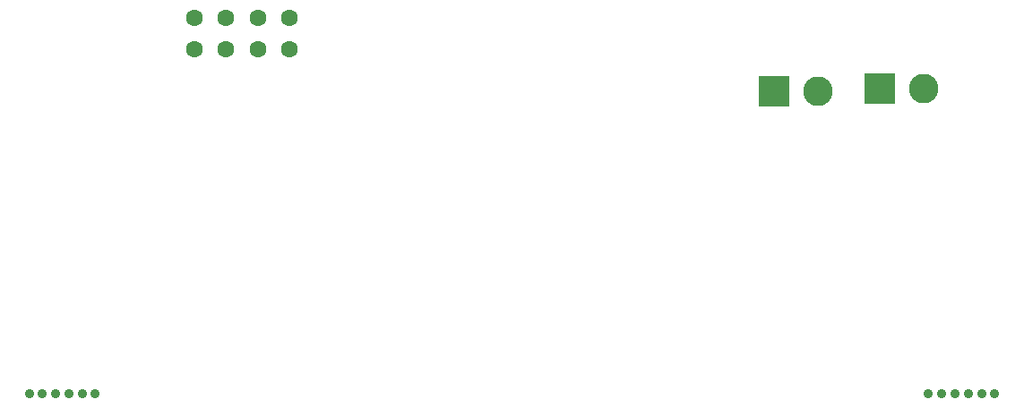
<source format=gbl>
%FSLAX46Y46*%
%MOMM*%
%AMPS10*
1,1,2.800000,0.000000,0.000000*
%
%ADD10PS10*%
%AMPS12*
1,1,0.900000,0.000000,0.000000*
%
%ADD12PS12*%
%AMPS13*
1,1,1.600000,0.000000,0.000000*
%
%ADD13PS13*%
%AMPS14*
1,1,1.600000,0.000000,0.000000*
%
%ADD14PS14*%
%AMPS11*
21,1,2.800000,2.800000,0.000000,0.000000,180.000000*
%
%ADD11PS11*%
G01*
G01*
%LPD*%
G75*
D10*
X92459375Y34821853D03*
D11*
X88259375Y34821853D03*
D12*
X12900000Y5950000D03*
D12*
X9150000Y5950000D03*
D12*
X10400000Y5950000D03*
D12*
X11650000Y5950000D03*
D12*
X7900000Y5950000D03*
D12*
X14150000Y5950000D03*
D13*
X26500000Y38500000D03*
D14*
X26500000Y41500000D03*
D14*
X32500000Y41500000D03*
D13*
X23500000Y38500000D03*
D14*
X29500000Y41500000D03*
D14*
X23500000Y41500000D03*
D13*
X29500000Y38500000D03*
D13*
X32500000Y38500000D03*
D12*
X97900000Y5950000D03*
D12*
X94150000Y5950000D03*
D12*
X95400000Y5950000D03*
D12*
X96650000Y5950000D03*
D12*
X92900000Y5950000D03*
D12*
X99150000Y5950000D03*
D10*
X82459375Y34571853D03*
D11*
X78259375Y34571853D03*
M02*

</source>
